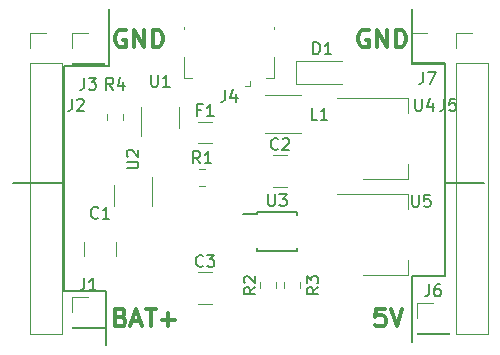
<source format=gbr>
G04 #@! TF.GenerationSoftware,KiCad,Pcbnew,(5.0.1)-3*
G04 #@! TF.CreationDate,2019-08-21T09:16:30-04:00*
G04 #@! TF.ProjectId,BMS Module,424D53204D6F64756C652E6B69636164,rev?*
G04 #@! TF.SameCoordinates,Original*
G04 #@! TF.FileFunction,Legend,Top*
G04 #@! TF.FilePolarity,Positive*
%FSLAX46Y46*%
G04 Gerber Fmt 4.6, Leading zero omitted, Abs format (unit mm)*
G04 Created by KiCad (PCBNEW (5.0.1)-3) date 8/21/2019 9:16:30 AM*
%MOMM*%
%LPD*%
G01*
G04 APERTURE LIST*
%ADD10C,0.300000*%
%ADD11C,0.200000*%
%ADD12C,0.120000*%
%ADD13C,0.150000*%
G04 APERTURE END LIST*
D10*
X72517142Y-48526000D02*
X72374285Y-48454571D01*
X72160000Y-48454571D01*
X71945714Y-48526000D01*
X71802857Y-48668857D01*
X71731428Y-48811714D01*
X71660000Y-49097428D01*
X71660000Y-49311714D01*
X71731428Y-49597428D01*
X71802857Y-49740285D01*
X71945714Y-49883142D01*
X72160000Y-49954571D01*
X72302857Y-49954571D01*
X72517142Y-49883142D01*
X72588571Y-49811714D01*
X72588571Y-49311714D01*
X72302857Y-49311714D01*
X73231428Y-49954571D02*
X73231428Y-48454571D01*
X74088571Y-49954571D01*
X74088571Y-48454571D01*
X74802857Y-49954571D02*
X74802857Y-48454571D01*
X75160000Y-48454571D01*
X75374285Y-48526000D01*
X75517142Y-48668857D01*
X75588571Y-48811714D01*
X75660000Y-49097428D01*
X75660000Y-49311714D01*
X75588571Y-49597428D01*
X75517142Y-49740285D01*
X75374285Y-49883142D01*
X75160000Y-49954571D01*
X74802857Y-49954571D01*
X72132285Y-72790857D02*
X72346571Y-72862285D01*
X72418000Y-72933714D01*
X72489428Y-73076571D01*
X72489428Y-73290857D01*
X72418000Y-73433714D01*
X72346571Y-73505142D01*
X72203714Y-73576571D01*
X71632285Y-73576571D01*
X71632285Y-72076571D01*
X72132285Y-72076571D01*
X72275142Y-72148000D01*
X72346571Y-72219428D01*
X72418000Y-72362285D01*
X72418000Y-72505142D01*
X72346571Y-72648000D01*
X72275142Y-72719428D01*
X72132285Y-72790857D01*
X71632285Y-72790857D01*
X73060857Y-73148000D02*
X73775142Y-73148000D01*
X72918000Y-73576571D02*
X73418000Y-72076571D01*
X73918000Y-73576571D01*
X74203714Y-72076571D02*
X75060857Y-72076571D01*
X74632285Y-73576571D02*
X74632285Y-72076571D01*
X75560857Y-73005142D02*
X76703714Y-73005142D01*
X76132285Y-73576571D02*
X76132285Y-72433714D01*
D11*
X71120000Y-51562000D02*
X71120000Y-46736000D01*
X67310000Y-51562000D02*
X71120000Y-51562000D01*
X67310000Y-61468000D02*
X67310000Y-51562000D01*
X67310000Y-61468000D02*
X62992000Y-61468000D01*
X67310000Y-70612000D02*
X67310000Y-61468000D01*
X70866000Y-70612000D02*
X67310000Y-70612000D01*
X70866000Y-75184000D02*
X70866000Y-70612000D01*
D10*
X94456285Y-72076571D02*
X93742000Y-72076571D01*
X93670571Y-72790857D01*
X93742000Y-72719428D01*
X93884857Y-72648000D01*
X94242000Y-72648000D01*
X94384857Y-72719428D01*
X94456285Y-72790857D01*
X94527714Y-72933714D01*
X94527714Y-73290857D01*
X94456285Y-73433714D01*
X94384857Y-73505142D01*
X94242000Y-73576571D01*
X93884857Y-73576571D01*
X93742000Y-73505142D01*
X93670571Y-73433714D01*
X94956285Y-72076571D02*
X95456285Y-73576571D01*
X95956285Y-72076571D01*
X93091142Y-48526000D02*
X92948285Y-48454571D01*
X92734000Y-48454571D01*
X92519714Y-48526000D01*
X92376857Y-48668857D01*
X92305428Y-48811714D01*
X92234000Y-49097428D01*
X92234000Y-49311714D01*
X92305428Y-49597428D01*
X92376857Y-49740285D01*
X92519714Y-49883142D01*
X92734000Y-49954571D01*
X92876857Y-49954571D01*
X93091142Y-49883142D01*
X93162571Y-49811714D01*
X93162571Y-49311714D01*
X92876857Y-49311714D01*
X93805428Y-49954571D02*
X93805428Y-48454571D01*
X94662571Y-49954571D01*
X94662571Y-48454571D01*
X95376857Y-49954571D02*
X95376857Y-48454571D01*
X95734000Y-48454571D01*
X95948285Y-48526000D01*
X96091142Y-48668857D01*
X96162571Y-48811714D01*
X96234000Y-49097428D01*
X96234000Y-49311714D01*
X96162571Y-49597428D01*
X96091142Y-49740285D01*
X95948285Y-49883142D01*
X95734000Y-49954571D01*
X95376857Y-49954571D01*
D11*
X96774000Y-51308000D02*
X96774000Y-46736000D01*
X99568000Y-51308000D02*
X96774000Y-51308000D01*
X99568000Y-61468000D02*
X99568000Y-51308000D01*
X96774000Y-69342000D02*
X96774000Y-74930000D01*
X99568000Y-69342000D02*
X96774000Y-69342000D01*
X99568000Y-61468000D02*
X99568000Y-69342000D01*
X102870000Y-61468000D02*
X99568000Y-61468000D01*
D12*
G04 #@! TO.C,J4*
X85090000Y-52510000D02*
X84430000Y-52510000D01*
X85090000Y-50780000D02*
X85090000Y-52510000D01*
X77470000Y-48210000D02*
X77470000Y-48420000D01*
X85090000Y-48210000D02*
X85090000Y-48420000D01*
X77470000Y-50780000D02*
X77470000Y-52510000D01*
X77470000Y-52510000D02*
X78120000Y-52510000D01*
X83040000Y-53210000D02*
X82590000Y-53210000D01*
X83040000Y-53210000D02*
X83040000Y-52820000D01*
G04 #@! TO.C,F1*
X78645936Y-56240000D02*
X79850064Y-56240000D01*
X78645936Y-58060000D02*
X79850064Y-58060000D01*
G04 #@! TO.C,C2*
X84995936Y-59092000D02*
X86200064Y-59092000D01*
X84995936Y-61812000D02*
X86200064Y-61812000D01*
G04 #@! TO.C,C3*
X78645936Y-71718000D02*
X79850064Y-71718000D01*
X78645936Y-68998000D02*
X79850064Y-68998000D01*
G04 #@! TO.C,C1*
X68998000Y-67658064D02*
X68998000Y-66453936D01*
X71718000Y-67658064D02*
X71718000Y-66453936D01*
G04 #@! TO.C,J1*
X68012000Y-71060000D02*
X69342000Y-71060000D01*
X68012000Y-72390000D02*
X68012000Y-71060000D01*
X68012000Y-73660000D02*
X70672000Y-73660000D01*
X70672000Y-73660000D02*
X70672000Y-73720000D01*
X68012000Y-73660000D02*
X68012000Y-73720000D01*
X68012000Y-73720000D02*
X70672000Y-73720000D01*
G04 #@! TO.C,J3*
X68012000Y-51368000D02*
X70672000Y-51368000D01*
X68012000Y-51308000D02*
X68012000Y-51368000D01*
X70672000Y-51308000D02*
X70672000Y-51368000D01*
X68012000Y-51308000D02*
X70672000Y-51308000D01*
X68012000Y-50038000D02*
X68012000Y-48708000D01*
X68012000Y-48708000D02*
X69342000Y-48708000D01*
G04 #@! TO.C,J6*
X97222000Y-71568000D02*
X98552000Y-71568000D01*
X97222000Y-72898000D02*
X97222000Y-71568000D01*
X97222000Y-74168000D02*
X99882000Y-74168000D01*
X99882000Y-74168000D02*
X99882000Y-74228000D01*
X97222000Y-74168000D02*
X97222000Y-74228000D01*
X97222000Y-74228000D02*
X99882000Y-74228000D01*
G04 #@! TO.C,J7*
X96714000Y-51368000D02*
X99374000Y-51368000D01*
X96714000Y-51308000D02*
X96714000Y-51368000D01*
X99374000Y-51308000D02*
X99374000Y-51368000D01*
X96714000Y-51308000D02*
X99374000Y-51308000D01*
X96714000Y-50038000D02*
X96714000Y-48708000D01*
X96714000Y-48708000D02*
X98044000Y-48708000D01*
G04 #@! TO.C,J5*
X100524000Y-48708000D02*
X101854000Y-48708000D01*
X100524000Y-50038000D02*
X100524000Y-48708000D01*
X100524000Y-51308000D02*
X103184000Y-51308000D01*
X103184000Y-51308000D02*
X103184000Y-74228000D01*
X100524000Y-51308000D02*
X100524000Y-74228000D01*
X100524000Y-74228000D02*
X103184000Y-74228000D01*
G04 #@! TO.C,J2*
X64456000Y-74228000D02*
X67116000Y-74228000D01*
X64456000Y-51308000D02*
X64456000Y-74228000D01*
X67116000Y-51308000D02*
X67116000Y-74228000D01*
X64456000Y-51308000D02*
X67116000Y-51308000D01*
X64456000Y-50038000D02*
X64456000Y-48708000D01*
X64456000Y-48708000D02*
X65786000Y-48708000D01*
G04 #@! TO.C,D1*
X86904000Y-51070000D02*
X86904000Y-53070000D01*
X86904000Y-53070000D02*
X90804000Y-53070000D01*
X86904000Y-51070000D02*
X90804000Y-51070000D01*
G04 #@! TO.C,L1*
X84352000Y-54026000D02*
X87352000Y-54026000D01*
X84352000Y-57226000D02*
X87352000Y-57226000D01*
D13*
G04 #@! TO.C,U3*
X83669000Y-63857000D02*
X83669000Y-64032000D01*
X87019000Y-63857000D02*
X87019000Y-64107000D01*
X87019000Y-67207000D02*
X87019000Y-66957000D01*
X83669000Y-67207000D02*
X83669000Y-66957000D01*
X83669000Y-63857000D02*
X87019000Y-63857000D01*
X83669000Y-67207000D02*
X87019000Y-67207000D01*
X83669000Y-64032000D02*
X82419000Y-64032000D01*
D12*
G04 #@! TO.C,U4*
X90388000Y-54248000D02*
X96398000Y-54248000D01*
X92638000Y-61068000D02*
X96398000Y-61068000D01*
X96398000Y-54248000D02*
X96398000Y-55508000D01*
X96398000Y-61068000D02*
X96398000Y-59808000D01*
G04 #@! TO.C,U5*
X96398000Y-69196000D02*
X96398000Y-67936000D01*
X96398000Y-62376000D02*
X96398000Y-63636000D01*
X92638000Y-69196000D02*
X96398000Y-69196000D01*
X90388000Y-62376000D02*
X96398000Y-62376000D01*
G04 #@! TO.C,U1*
X73828000Y-54980000D02*
X73828000Y-57430000D01*
X77048000Y-56780000D02*
X77048000Y-54980000D01*
G04 #@! TO.C,U2*
X71542000Y-61584000D02*
X71542000Y-63384000D01*
X74762000Y-63384000D02*
X74762000Y-60934000D01*
G04 #@! TO.C,R3*
X87324000Y-70362578D02*
X87324000Y-69845422D01*
X85904000Y-70362578D02*
X85904000Y-69845422D01*
G04 #@! TO.C,R4*
X72338000Y-55621422D02*
X72338000Y-56138578D01*
X70918000Y-55621422D02*
X70918000Y-56138578D01*
G04 #@! TO.C,R2*
X83872000Y-69845422D02*
X83872000Y-70362578D01*
X85292000Y-69845422D02*
X85292000Y-70362578D01*
G04 #@! TO.C,R1*
X78735422Y-60250000D02*
X79252578Y-60250000D01*
X78735422Y-61670000D02*
X79252578Y-61670000D01*
G04 #@! TO.C,J4*
D13*
X80946666Y-53552380D02*
X80946666Y-54266666D01*
X80899047Y-54409523D01*
X80803809Y-54504761D01*
X80660952Y-54552380D01*
X80565714Y-54552380D01*
X81851428Y-53885714D02*
X81851428Y-54552380D01*
X81613333Y-53504761D02*
X81375238Y-54219047D01*
X81994285Y-54219047D01*
G04 #@! TO.C,F1*
X78914666Y-55258571D02*
X78581333Y-55258571D01*
X78581333Y-55782380D02*
X78581333Y-54782380D01*
X79057523Y-54782380D01*
X79962285Y-55782380D02*
X79390857Y-55782380D01*
X79676571Y-55782380D02*
X79676571Y-54782380D01*
X79581333Y-54925238D01*
X79486095Y-55020476D01*
X79390857Y-55068095D01*
G04 #@! TO.C,C2*
X85431333Y-58529142D02*
X85383714Y-58576761D01*
X85240857Y-58624380D01*
X85145619Y-58624380D01*
X85002761Y-58576761D01*
X84907523Y-58481523D01*
X84859904Y-58386285D01*
X84812285Y-58195809D01*
X84812285Y-58052952D01*
X84859904Y-57862476D01*
X84907523Y-57767238D01*
X85002761Y-57672000D01*
X85145619Y-57624380D01*
X85240857Y-57624380D01*
X85383714Y-57672000D01*
X85431333Y-57719619D01*
X85812285Y-57719619D02*
X85859904Y-57672000D01*
X85955142Y-57624380D01*
X86193238Y-57624380D01*
X86288476Y-57672000D01*
X86336095Y-57719619D01*
X86383714Y-57814857D01*
X86383714Y-57910095D01*
X86336095Y-58052952D01*
X85764666Y-58624380D01*
X86383714Y-58624380D01*
G04 #@! TO.C,C3*
X79081333Y-68435142D02*
X79033714Y-68482761D01*
X78890857Y-68530380D01*
X78795619Y-68530380D01*
X78652761Y-68482761D01*
X78557523Y-68387523D01*
X78509904Y-68292285D01*
X78462285Y-68101809D01*
X78462285Y-67958952D01*
X78509904Y-67768476D01*
X78557523Y-67673238D01*
X78652761Y-67578000D01*
X78795619Y-67530380D01*
X78890857Y-67530380D01*
X79033714Y-67578000D01*
X79081333Y-67625619D01*
X79414666Y-67530380D02*
X80033714Y-67530380D01*
X79700380Y-67911333D01*
X79843238Y-67911333D01*
X79938476Y-67958952D01*
X79986095Y-68006571D01*
X80033714Y-68101809D01*
X80033714Y-68339904D01*
X79986095Y-68435142D01*
X79938476Y-68482761D01*
X79843238Y-68530380D01*
X79557523Y-68530380D01*
X79462285Y-68482761D01*
X79414666Y-68435142D01*
G04 #@! TO.C,C1*
X70191333Y-64365142D02*
X70143714Y-64412761D01*
X70000857Y-64460380D01*
X69905619Y-64460380D01*
X69762761Y-64412761D01*
X69667523Y-64317523D01*
X69619904Y-64222285D01*
X69572285Y-64031809D01*
X69572285Y-63888952D01*
X69619904Y-63698476D01*
X69667523Y-63603238D01*
X69762761Y-63508000D01*
X69905619Y-63460380D01*
X70000857Y-63460380D01*
X70143714Y-63508000D01*
X70191333Y-63555619D01*
X71143714Y-64460380D02*
X70572285Y-64460380D01*
X70858000Y-64460380D02*
X70858000Y-63460380D01*
X70762761Y-63603238D01*
X70667523Y-63698476D01*
X70572285Y-63746095D01*
G04 #@! TO.C,J1*
X69008666Y-69512380D02*
X69008666Y-70226666D01*
X68961047Y-70369523D01*
X68865809Y-70464761D01*
X68722952Y-70512380D01*
X68627714Y-70512380D01*
X70008666Y-70512380D02*
X69437238Y-70512380D01*
X69722952Y-70512380D02*
X69722952Y-69512380D01*
X69627714Y-69655238D01*
X69532476Y-69750476D01*
X69437238Y-69798095D01*
G04 #@! TO.C,J3*
X69008666Y-52538380D02*
X69008666Y-53252666D01*
X68961047Y-53395523D01*
X68865809Y-53490761D01*
X68722952Y-53538380D01*
X68627714Y-53538380D01*
X69389619Y-52538380D02*
X70008666Y-52538380D01*
X69675333Y-52919333D01*
X69818190Y-52919333D01*
X69913428Y-52966952D01*
X69961047Y-53014571D01*
X70008666Y-53109809D01*
X70008666Y-53347904D01*
X69961047Y-53443142D01*
X69913428Y-53490761D01*
X69818190Y-53538380D01*
X69532476Y-53538380D01*
X69437238Y-53490761D01*
X69389619Y-53443142D01*
G04 #@! TO.C,J6*
X98218666Y-70020380D02*
X98218666Y-70734666D01*
X98171047Y-70877523D01*
X98075809Y-70972761D01*
X97932952Y-71020380D01*
X97837714Y-71020380D01*
X99123428Y-70020380D02*
X98932952Y-70020380D01*
X98837714Y-70068000D01*
X98790095Y-70115619D01*
X98694857Y-70258476D01*
X98647238Y-70448952D01*
X98647238Y-70829904D01*
X98694857Y-70925142D01*
X98742476Y-70972761D01*
X98837714Y-71020380D01*
X99028190Y-71020380D01*
X99123428Y-70972761D01*
X99171047Y-70925142D01*
X99218666Y-70829904D01*
X99218666Y-70591809D01*
X99171047Y-70496571D01*
X99123428Y-70448952D01*
X99028190Y-70401333D01*
X98837714Y-70401333D01*
X98742476Y-70448952D01*
X98694857Y-70496571D01*
X98647238Y-70591809D01*
G04 #@! TO.C,J7*
X97710666Y-52030380D02*
X97710666Y-52744666D01*
X97663047Y-52887523D01*
X97567809Y-52982761D01*
X97424952Y-53030380D01*
X97329714Y-53030380D01*
X98091619Y-52030380D02*
X98758285Y-52030380D01*
X98329714Y-53030380D01*
G04 #@! TO.C,J5*
X99488666Y-54316380D02*
X99488666Y-55030666D01*
X99441047Y-55173523D01*
X99345809Y-55268761D01*
X99202952Y-55316380D01*
X99107714Y-55316380D01*
X100441047Y-54316380D02*
X99964857Y-54316380D01*
X99917238Y-54792571D01*
X99964857Y-54744952D01*
X100060095Y-54697333D01*
X100298190Y-54697333D01*
X100393428Y-54744952D01*
X100441047Y-54792571D01*
X100488666Y-54887809D01*
X100488666Y-55125904D01*
X100441047Y-55221142D01*
X100393428Y-55268761D01*
X100298190Y-55316380D01*
X100060095Y-55316380D01*
X99964857Y-55268761D01*
X99917238Y-55221142D01*
G04 #@! TO.C,J2*
X67992666Y-54316380D02*
X67992666Y-55030666D01*
X67945047Y-55173523D01*
X67849809Y-55268761D01*
X67706952Y-55316380D01*
X67611714Y-55316380D01*
X68421238Y-54411619D02*
X68468857Y-54364000D01*
X68564095Y-54316380D01*
X68802190Y-54316380D01*
X68897428Y-54364000D01*
X68945047Y-54411619D01*
X68992666Y-54506857D01*
X68992666Y-54602095D01*
X68945047Y-54744952D01*
X68373619Y-55316380D01*
X68992666Y-55316380D01*
G04 #@! TO.C,D1*
X88415904Y-50522380D02*
X88415904Y-49522380D01*
X88654000Y-49522380D01*
X88796857Y-49570000D01*
X88892095Y-49665238D01*
X88939714Y-49760476D01*
X88987333Y-49950952D01*
X88987333Y-50093809D01*
X88939714Y-50284285D01*
X88892095Y-50379523D01*
X88796857Y-50474761D01*
X88654000Y-50522380D01*
X88415904Y-50522380D01*
X89939714Y-50522380D02*
X89368285Y-50522380D01*
X89654000Y-50522380D02*
X89654000Y-49522380D01*
X89558761Y-49665238D01*
X89463523Y-49760476D01*
X89368285Y-49808095D01*
G04 #@! TO.C,L1*
X88733333Y-56078380D02*
X88257142Y-56078380D01*
X88257142Y-55078380D01*
X89590476Y-56078380D02*
X89019047Y-56078380D01*
X89304761Y-56078380D02*
X89304761Y-55078380D01*
X89209523Y-55221238D01*
X89114285Y-55316476D01*
X89019047Y-55364095D01*
G04 #@! TO.C,U3*
X84582095Y-62384380D02*
X84582095Y-63193904D01*
X84629714Y-63289142D01*
X84677333Y-63336761D01*
X84772571Y-63384380D01*
X84963047Y-63384380D01*
X85058285Y-63336761D01*
X85105904Y-63289142D01*
X85153523Y-63193904D01*
X85153523Y-62384380D01*
X85534476Y-62384380D02*
X86153523Y-62384380D01*
X85820190Y-62765333D01*
X85963047Y-62765333D01*
X86058285Y-62812952D01*
X86105904Y-62860571D01*
X86153523Y-62955809D01*
X86153523Y-63193904D01*
X86105904Y-63289142D01*
X86058285Y-63336761D01*
X85963047Y-63384380D01*
X85677333Y-63384380D01*
X85582095Y-63336761D01*
X85534476Y-63289142D01*
G04 #@! TO.C,U4*
X97028095Y-54316380D02*
X97028095Y-55125904D01*
X97075714Y-55221142D01*
X97123333Y-55268761D01*
X97218571Y-55316380D01*
X97409047Y-55316380D01*
X97504285Y-55268761D01*
X97551904Y-55221142D01*
X97599523Y-55125904D01*
X97599523Y-54316380D01*
X98504285Y-54649714D02*
X98504285Y-55316380D01*
X98266190Y-54268761D02*
X98028095Y-54983047D01*
X98647142Y-54983047D01*
G04 #@! TO.C,U5*
X96774095Y-62444380D02*
X96774095Y-63253904D01*
X96821714Y-63349142D01*
X96869333Y-63396761D01*
X96964571Y-63444380D01*
X97155047Y-63444380D01*
X97250285Y-63396761D01*
X97297904Y-63349142D01*
X97345523Y-63253904D01*
X97345523Y-62444380D01*
X98297904Y-62444380D02*
X97821714Y-62444380D01*
X97774095Y-62920571D01*
X97821714Y-62872952D01*
X97916952Y-62825333D01*
X98155047Y-62825333D01*
X98250285Y-62872952D01*
X98297904Y-62920571D01*
X98345523Y-63015809D01*
X98345523Y-63253904D01*
X98297904Y-63349142D01*
X98250285Y-63396761D01*
X98155047Y-63444380D01*
X97916952Y-63444380D01*
X97821714Y-63396761D01*
X97774095Y-63349142D01*
G04 #@! TO.C,U1*
X74676095Y-52284380D02*
X74676095Y-53093904D01*
X74723714Y-53189142D01*
X74771333Y-53236761D01*
X74866571Y-53284380D01*
X75057047Y-53284380D01*
X75152285Y-53236761D01*
X75199904Y-53189142D01*
X75247523Y-53093904D01*
X75247523Y-52284380D01*
X76247523Y-53284380D02*
X75676095Y-53284380D01*
X75961809Y-53284380D02*
X75961809Y-52284380D01*
X75866571Y-52427238D01*
X75771333Y-52522476D01*
X75676095Y-52570095D01*
G04 #@! TO.C,U2*
X72604380Y-60197904D02*
X73413904Y-60197904D01*
X73509142Y-60150285D01*
X73556761Y-60102666D01*
X73604380Y-60007428D01*
X73604380Y-59816952D01*
X73556761Y-59721714D01*
X73509142Y-59674095D01*
X73413904Y-59626476D01*
X72604380Y-59626476D01*
X72699619Y-59197904D02*
X72652000Y-59150285D01*
X72604380Y-59055047D01*
X72604380Y-58816952D01*
X72652000Y-58721714D01*
X72699619Y-58674095D01*
X72794857Y-58626476D01*
X72890095Y-58626476D01*
X73032952Y-58674095D01*
X73604380Y-59245523D01*
X73604380Y-58626476D01*
G04 #@! TO.C,R3*
X88844380Y-70270666D02*
X88368190Y-70604000D01*
X88844380Y-70842095D02*
X87844380Y-70842095D01*
X87844380Y-70461142D01*
X87892000Y-70365904D01*
X87939619Y-70318285D01*
X88034857Y-70270666D01*
X88177714Y-70270666D01*
X88272952Y-70318285D01*
X88320571Y-70365904D01*
X88368190Y-70461142D01*
X88368190Y-70842095D01*
X87844380Y-69937333D02*
X87844380Y-69318285D01*
X88225333Y-69651619D01*
X88225333Y-69508761D01*
X88272952Y-69413523D01*
X88320571Y-69365904D01*
X88415809Y-69318285D01*
X88653904Y-69318285D01*
X88749142Y-69365904D01*
X88796761Y-69413523D01*
X88844380Y-69508761D01*
X88844380Y-69794476D01*
X88796761Y-69889714D01*
X88749142Y-69937333D01*
G04 #@! TO.C,R4*
X71461333Y-53538380D02*
X71128000Y-53062190D01*
X70889904Y-53538380D02*
X70889904Y-52538380D01*
X71270857Y-52538380D01*
X71366095Y-52586000D01*
X71413714Y-52633619D01*
X71461333Y-52728857D01*
X71461333Y-52871714D01*
X71413714Y-52966952D01*
X71366095Y-53014571D01*
X71270857Y-53062190D01*
X70889904Y-53062190D01*
X72318476Y-52871714D02*
X72318476Y-53538380D01*
X72080380Y-52490761D02*
X71842285Y-53205047D01*
X72461333Y-53205047D01*
G04 #@! TO.C,R2*
X83510380Y-70270666D02*
X83034190Y-70604000D01*
X83510380Y-70842095D02*
X82510380Y-70842095D01*
X82510380Y-70461142D01*
X82558000Y-70365904D01*
X82605619Y-70318285D01*
X82700857Y-70270666D01*
X82843714Y-70270666D01*
X82938952Y-70318285D01*
X82986571Y-70365904D01*
X83034190Y-70461142D01*
X83034190Y-70842095D01*
X82605619Y-69889714D02*
X82558000Y-69842095D01*
X82510380Y-69746857D01*
X82510380Y-69508761D01*
X82558000Y-69413523D01*
X82605619Y-69365904D01*
X82700857Y-69318285D01*
X82796095Y-69318285D01*
X82938952Y-69365904D01*
X83510380Y-69937333D01*
X83510380Y-69318285D01*
G04 #@! TO.C,R1*
X78827333Y-59762380D02*
X78494000Y-59286190D01*
X78255904Y-59762380D02*
X78255904Y-58762380D01*
X78636857Y-58762380D01*
X78732095Y-58810000D01*
X78779714Y-58857619D01*
X78827333Y-58952857D01*
X78827333Y-59095714D01*
X78779714Y-59190952D01*
X78732095Y-59238571D01*
X78636857Y-59286190D01*
X78255904Y-59286190D01*
X79779714Y-59762380D02*
X79208285Y-59762380D01*
X79494000Y-59762380D02*
X79494000Y-58762380D01*
X79398761Y-58905238D01*
X79303523Y-59000476D01*
X79208285Y-59048095D01*
G04 #@! TD*
M02*

</source>
